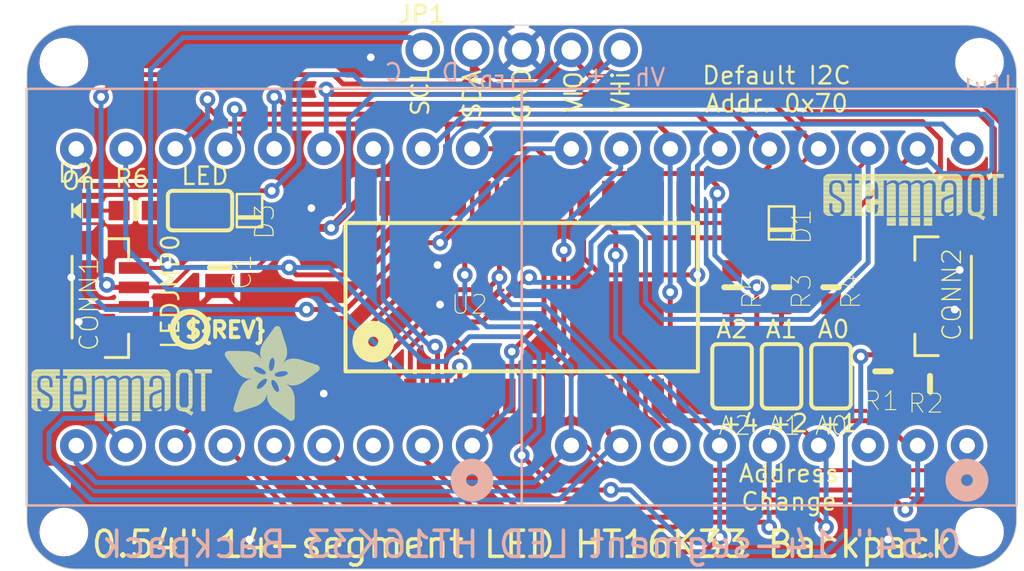
<source format=kicad_pcb>
(kicad_pcb (version 20221018) (generator pcbnew)
  (layers (0 "F.Cu" signal) (1 "In1.Cu" signal) (2 "In2.Cu" signal) (3 "In3.Cu" signal) (4 "In4.Cu" signal) (5 "In5.Cu" signal) (6 "In6.Cu" signal) (7 "In7.Cu" signal) (8 "In8.Cu" signal) (9 "In9.Cu" signal) (10 "In10.Cu" signal) (11 "In11.Cu" signal) (12 "In12.Cu" signal) (13 "In13.Cu" signal) (14 "In14.Cu" signal) (31 "B.Cu" signal) (34 "B.Paste" user) (35 "F.Paste" user) (36 "B.SilkS" user "B.Silkscreen") (37 "F.SilkS" user "F.Silkscreen") (38 "B.Mask" user) (39 "F.Mask" user) (44 "Edge.Cuts" user))
  (net 0 "")
  (net 1 "GND")
  (net 2 "N$19")
  (net 3 "N$20")
  (net 4 "A1")
  (net 5 "COM0")
  (net 6 "N$10")
  (net 7 "N$11")
  (net 8 "N$12")
  (net 9 "N$13")
  (net 10 "N$16")
  (net 11 "A0")
  (net 12 "A2")
  (net 13 "SDA")
  (net 14 "SCL")
  (net 15 "N$1")
  (net 16 "N$7")
  (net 17 "N$4")
  (net 18 "N$5")
  (net 19 "N$6")
  (net 20 "N$8")
  (net 21 "N$9")
  (net 22 "N$14")
  (net 23 "N$15")
  (net 24 "COM1")
  (net 25 "COM2")
  (net 26 "COM3")
  (net 27 "VDDIO")
  (net 28 "N$3")
  (net 29 "N$17")
  (net 30 "V+")
  (footprint "" (layer "F.Cu") (at 171.9961 92.9386)
    (fp_text reference "@HOLE3" hide)
    (fp_text value "")
  )
  (footprint "working:0603-NO" (layer "F.Cu") (at 167.0431 108.8136 90)
    (fp_text reference "R1")
    (fp_text value "10K")
  )
  (footprint "working:JST_SH4_RA" (layer "F.Cu") (at 170.0911 105.0036 90)
    (fp_text reference "CONN2")
    (fp_text value "STEMMA_I2C_QTRA" hide)
  )
  (footprint "working:JST_SH4_RA" (layer "F.Cu") (at 126.9111 105.0036 -90)
    (fp_text reference "CONN1")
    (fp_text value "STEMMA_I2C_QTRA" hide)
  )
  (footprint "" (layer "F.Cu") (at 125.0061 92.9386)
    (fp_text reference "@HOLE2" hide)
    (fp_text value "")
  )
  (footprint "working:SOLDERJUMPER_REFLOW_NOPASTE" (layer "F.Cu") (at 164.3761 109.0676 -90)
    (fp_text reference "A0")
    (fp_text value "" hide)
  )
  (footprint "working:SOD-323F" (layer "F.Cu") (at 134.5311 100.5586 -90)
    (fp_text reference "D3")
    (fp_text value "CUS530")
  )
  (footprint "working:0805-NO" (layer "F.Cu") (at 133.0071 103.4796 -90)
    (fp_text reference "C1")
    (fp_text value "10uF")
  )
  (footprint "working:0603-NO" (layer "F.Cu") (at 159.2961 104.4956 -90)
    (fp_text reference "R5")
    (fp_text value "47K")
  )
  (footprint "working:ADAFRUIT_5MM" (layer "F.Cu") (at 133.2611 111.3536)
    (fp_text reference "U$3" hide)
    (fp_text value "" hide)
  )
  (footprint "working:CHIPLED_0603_NOOUTLINE" (layer "F.Cu") (at 125.6411 100.5586 90)
    (fp_text reference "D2")
    (fp_text value "GREEN")
  )
  (footprint "working:FIDUCIAL_1MM" (layer "F.Cu") (at 124.3711 114.6556)
    (fp_text reference "U$2" hide)
    (fp_text value "FIDUCIAL" hide)
  )
  (footprint "" (layer "F.Cu") (at 171.9961 117.0686)
    (fp_text reference "@HOLE1" hide)
    (fp_text value "")
  )
  (footprint "working:SOLDERJUMPER_REFLOW_NOPASTE" (layer "F.Cu") (at 161.8361 109.0676 -90)
    (fp_text reference "A1")
    (fp_text value "" hide)
  )
  (footprint "working:FIDUCIAL_1MM" (layer "F.Cu") (at 167.5511 94.2086)
    (fp_text reference "U$1" hide)
    (fp_text value "FIDUCIAL" hide)
  )
  (footprint "working:SOP28_300MIL_SKINNY" (layer "F.Cu") (at 148.5011 105.0036)
    (fp_text reference "U2")
    (fp_text value "HT16K33")
  )
  (footprint "working:0603-NO" (layer "F.Cu") (at 128.6891 100.5586 180)
    (fp_text reference "R6")
    (fp_text value "47K")
  )
  (footprint "working:1X05_ROUND_70" (layer "F.Cu") (at 148.5011 92.3036)
    (fp_text reference "JP1")
    (fp_text value "")
  )
  (footprint "working:STEMMAQT" (layer "F.Cu") (at 163.9951 101.3206)
    (fp_text reference "U$7" hide)
    (fp_text value "" hide)
  )
  (footprint "working:0603-NO" (layer "F.Cu") (at 169.4561 109.4486 180)
    (fp_text reference "R2")
    (fp_text value "10K")
  )
  (footprint "working:PCBFEAT-REV-040" (layer "F.Cu") (at 131.4831 106.6546)
    (fp_text reference "U$8" hide)
    (fp_text value "" hide)
  )
  (footprint "working:SOLDERJUMPER_REFLOW_NOPASTE" (layer "F.Cu") (at 159.2961 109.0676 -90)
    (fp_text reference "A2")
    (fp_text value "" hide)
  )
  (footprint "" (layer "F.Cu") (at 125.0061 117.0686)
    (fp_text reference "@HOLE0" hide)
    (fp_text value "")
  )
  (footprint "working:0603-NO" (layer "F.Cu") (at 161.8361 104.4956 -90)
    (fp_text reference "R3")
    (fp_text value "47K")
  )
  (footprint "working:STEMMAQT" (layer "F.Cu") (at 123.3551 111.3536)
    (fp_text reference "U$6" hide)
    (fp_text value "" hide)
  )
  (footprint "working:SOLDERJUMPER_CLOSEDWIRE" (layer "F.Cu") (at 131.9911 100.5586 180)
    (fp_text reference "LEDJMP0")
    (fp_text value "")
  )
  (footprint "working:SOD-323F" (layer "F.Cu") (at 161.8361 101.1936 -90)
    (fp_text reference "D1")
    (fp_text value "CUS530")
  )
  (footprint "working:0603-NO" (layer "F.Cu") (at 164.3761 104.4956 -90)
    (fp_text reference "R4")
    (fp_text value "47K")
  )
  (footprint "working:SEGMENT_STARTBUST_DUAL_KWA-541CBB" (layer "B.Cu") (at 161.2011 105.0036 180)
    (fp_text reference "LED1")
    (fp_text value "")
  )
  (footprint "working:SEGMENT_STARTBUST_DUAL_KWA-541CBB" (layer "B.Cu") (at 135.8011 105.0036 180)
    (fp_text reference "LED2")
    (fp_text value "")
  )
  (gr_arc (start 125.6411 118.9736) (mid 123.845049 118.229651) (end 123.1011 116.4336) (stroke (width 0.05)) (layer "Edge.Cuts"))
  (gr_arc (start 171.3611 91.0336) (mid 173.157151 91.777549) (end 173.9011 93.5736) (stroke (width 0.05)) (layer "Edge.Cuts"))
  (gr_line (start 125.6411 118.9736) (end 171.3611 118.9736) (stroke (width 0.05)) (layer "Edge.Cuts"))
  (gr_arc (start 123.1011 93.5736) (mid 123.845049 91.777549) (end 125.6411 91.0336) (stroke (width 0.05)) (layer "Edge.Cuts"))
  (gr_line (start 171.3611 91.0336) (end 125.6411 91.0336) (stroke (width 0.05)) (layer "Edge.Cuts"))
  (gr_line (start 123.1011 93.5736) (end 123.1011 116.4336) (stroke (width 0.05)) (layer "Edge.Cuts"))
  (gr_line (start 173.9011 116.4336) (end 173.9011 93.5736) (stroke (width 0.05)) (layer "Edge.Cuts"))
  (gr_arc (start 173.9011 116.4336) (mid 173.157151 118.229651) (end 171.3611 118.9736) (stroke (width 0.05)) (layer "Edge.Cuts"))
  (gr_text "-" (at 148.1201 93.3196) (layer "B.SilkS") (effects (font (size 0.89408 0.89408) (thickness 0.12192)) (justify right top mirror)))
  (gr_text "D" (at 144.3101 92.9386) (layer "B.SilkS") (effects (font (size 0.89408 0.89408) (thickness 0.12192)) (justify right top mirror)))
  (gr_text "C" (at 141.3891 92.9386) (layer "B.SilkS") (effects (font (size 0.89408 0.89408) (thickness 0.12192)) (justify right top mirror)))
  (gr_text "+" (at 151.6761 93.0656) (layer "B.SilkS") (effects (font (size 0.89408 0.89408) (thickness 0.12192)) (justify right top mirror)))
  (gr_text "Vh" (at 154.2161 93.1926) (layer "B.SilkS") (effects (font (size 0.89408 0.89408) (thickness 0.12192)) (justify right top mirror)))
  (gr_text "0.54\" 14-segment LED HT16K33 Backpack " (at 148.5011 117.7036) (layer "B.SilkS") (effects (font (size 1.34112 1.34112) (thickness 0.18288)) (justify mirror)))
  (gr_text "VHi" (at 153.5811 94.4626 90) (layer "F.SilkS") (effects (font (size 0.89408 0.89408) (thickness 0.12192))))
  (gr_text "On" (at 125.7681 99.0346) (layer "F.SilkS") (effects (font (size 0.89408 0.89408) (thickness 0.12192))))
  (gr_text "GND" (at 148.5011 94.5896 90) (layer "F.SilkS") (effects (font (size 0.89408 0.89408) (thickness 0.12192))))
  (gr_text "SDA" (at 145.9611 94.5896 90) (layer "F.SilkS") (effects (font (size 0.89408 0.89408) (thickness 0.12192))))
  (gr_text "0.54\" 14-segment LED HT16K33 Backpack" (at 148.5011 117.7036) (layer "F.SilkS") (effects (font (size 1.34112 1.34112) (thickness 0.18288))))
  (gr_text "LED" (at 132.2451 98.7806) (layer "F.SilkS") (effects (font (size 0.89408 0.89408) (thickness 0.12192))))
  (gr_text "A2" (at 159.2961 106.6546) (layer "F.SilkS") (effects (font (size 0.89408 0.89408) (thickness 0.12192))))
  (gr_text "A0" (at 164.5031 106.6546) (layer "F.SilkS") (effects (font (size 0.89408 0.89408) (thickness 0.12192))))
  (gr_text "SCL" (at 143.2941 94.4626 90) (layer "F.SilkS") (effects (font (size 0.89408 0.89408) (thickness 0.12192))))
  (gr_text "A1" (at 161.8361 106.6546) (layer "F.SilkS") (effects (font (size 0.89408 0.89408) (thickness 0.12192))))
  (gr_text "+4" (at 159.6771 111.4806) (layer "F.SilkS") (effects (font (size 0.89408 0.89408) (thickness 0.12192))))
  (gr_text "Address\nChange" (at 162.2171 114.7826) (layer "F.SilkS") (effects (font (size 0.89408 0.89408) (thickness 0.12192))))
  (gr_text "+2" (at 162.2171 111.4806) (layer "F.SilkS") (effects (font (size 0.89408 0.89408) (thickness 0.12192))))
  (gr_text "Default I2C\nAddr. 0x70" (at 161.5821 94.3356) (layer "F.SilkS") (effects (font (size 0.89408 0.89408) (thickness 0.12192))))
  (gr_text "+1" (at 164.7571 111.4806) (layer "F.SilkS") (effects (font (size 0.89408 0.89408) (thickness 0.12192))))
  (gr_text "VIO" (at 151.1681 94.4626 90) (layer "F.SilkS") (effects (font (size 0.89408 0.89408) (thickness 0.12192))))
  (segment (start 140.2461 109.9566) (end 138.3411 109.9566) (width 0.254) (layer "F.Cu") (net 1))
  (segment (start 140.2461 110.0836) (end 140.2461 109.9566) (width 0.254) (layer "F.Cu") (net 1))
  (via (at 137.7061 100.4316) (size 0.8001) (drill 0.3937) (layers "F.Cu" "B.Cu") (net 1))
  (via (at 125.3871 103.9876) (size 0.8064) (drill 0.4) (layers "F.Cu" "B.Cu") (net 1))
  (via (at 144.1831 103.3526) (size 0.8064) (drill 0.4) (layers "F.Cu" "B.Cu") (net 1))
  (via (at 144.3101 105.3846) (size 0.8064) (drill 0.4) (layers "F.Cu" "B.Cu") (net 1))
  (via (at 167.2971 117.4496) (size 0.8064) (drill 0.4) (layers "F.Cu" "B.Cu") (net 1))
  (via (at 140.7541 92.6846) (size 0.8001) (drill 0.3937) (layers "F.Cu" "B.Cu") (net 1))
  (via (at 138.3411 109.9566) (size 0.8001) (drill 0.3937) (layers "F.Cu" "B.Cu") (net 1))
  (via (at 170.7261 105.6386) (size 0.8064) (drill 0.4) (layers "F.Cu" "B.Cu") (net 1))
  (via (at 170.9801 103.6066) (size 0.8064) (drill 0.4) (layers "F.Cu" "B.Cu") (net 1))
  (via (at 125.7681 106.2736) (size 0.8064) (drill 0.4) (layers "F.Cu" "B.Cu") (net 1))
  (via (at 134.5311 117.4496) (size 0.8064) (drill 0.4) (layers "F.Cu" "B.Cu") (net 1))
  (segment (start 161.8361 108.3056) (end 161.8361 105.3456) (width 0.254) (layer "F.Cu") (net 2))
  (segment (start 164.3761 108.3056) (end 164.3761 105.3456) (width 0.254) (layer "F.Cu") (net 3))
  (segment (start 151.0411 97.3836) (end 152.3111 98.6536) (width 0.254) (layer "F.Cu") (net 4))
  (segment (start 142.9131 102.2096) (end 139.4841 105.6386) (width 0.254) (layer "F.Cu") (net 4))
  (segment (start 145.3261 101.3206) (end 145.3261 99.9236) (width 0.254) (layer "F.Cu") (net 4))
  (segment (start 144.3101 102.2096) (end 142.9131 102.2096) (width 0.254) (layer "F.Cu") (net 4))
  (segment (start 139.4841 105.6386) (end 137.4521 105.6386) (width 0.254) (layer "F.Cu") (net 4))
  (segment (start 145.3261 101.3206) (end 144.4371 102.2096) (width 0.254) (layer "F.Cu") (net 4))
  (segment (start 160.9471 109.8296) (end 161.8361 109.8296) (width 0.254) (layer "F.Cu") (net 4))
  (segment (start 158.539587 99.294088) (end 157.8991 98.6536) (width 0.254) (layer "F.Cu") (net 4))
  (segment (start 144.3101 102.2096) (end 144.4371 102.2096) (width 0.254) (layer "F.Cu") (net 4))
  (segment (start 160.5661 109.4486) (end 160.9471 109.8296) (width 0.254) (layer "F.Cu") (net 4))
  (segment (start 152.3111 98.6536) (end 157.8991 98.6536) (width 0.254) (layer "F.Cu") (net 4))
  (segment (start 160.5661 104.4956) (end 160.5661 109.4486) (width 0.254) (layer "F.Cu") (net 4))
  (segment (start 158.539587 99.294088) (end 158.539587 99.675088) (width 0.254) (layer "F.Cu") (net 4))
  (via (at 158.539587 99.675088) (size 0.8064) (drill 0.4) (layers "F.Cu" "B.Cu") (net 4))
  (via (at 137.4521 105.6386) (size 0.8001) (drill 0.3937) (layers "F.Cu" "B.Cu") (net 4))
  (via (at 144.3101 102.2096) (size 0.8001) (drill 0.3937) (layers "F.Cu" "B.Cu") (net 4))
  (via (at 160.5661 104.4956) (size 0.8064) (drill 0.4) (layers "F.Cu" "B.Cu") (net 4))
  (segment (start 137.4521 105.6386) (end 127.1651 105.6386) (width 0.254) (layer "B.Cu") (net 4))
  (segment (start 151.0411 97.3836) (end 148.8821 97.3836) (width 0.254) (layer "B.Cu") (net 4))
  (segment (start 127.1651 105.6386) (end 126.2761 104.7496) (width 0.254) (layer "B.Cu") (net 4))
  (segment (start 148.8821 97.3836) (end 144.3101 101.9556) (width 0.254) (layer "B.Cu") (net 4))
  (segment (start 126.2761 98.0186) (end 126.2761 104.7496) (width 0.254) (layer "B.Cu") (net 4))
  (segment (start 160.0581 104.4956) (end 158.412587 102.850088) (width 0.254) (layer "B.Cu") (net 4))
  (segment (start 126.2761 98.0186) (end 125.6411 97.3836) (width 0.254) (layer "B.Cu") (net 4))
  (segment (start 158.539587 99.675088) (end 158.412587 99.802088) (width 0.254) (layer "B.Cu") (net 4))
  (segment (start 144.3101 101.9556) (end 144.3101 102.2096) (width 0.254) (layer "B.Cu") (net 4))
  (segment (start 158.412587 99.802088) (end 158.412587 102.850088) (width 0.254) (layer "B.Cu") (net 4))
  (segment (start 160.5661 104.4956) (end 160.0581 104.4956) (width 0.254) (layer "B.Cu") (net 4))
  (segment (start 166.2811 97.3836) (end 166.2811 97.8916) (width 0.2032) (layer "F.Cu") (net 5))
  (segment (start 141.5161 108.0516) (end 143.2941 106.2736) (width 0.254) (layer "F.Cu") (net 5))
  (segment (start 143.2941 106.2736) (end 146.4691 106.2736) (width 0.254) (layer "F.Cu") (net 5))
  (segment (start 146.4691 106.2736) (end 148.7551 103.9876) (width 0.254) (layer "F.Cu") (net 5))
  (segment (start 141.5161 110.0836) (end 141.5161 108.0516) (width 0.254) (layer "F.Cu") (net 5))
  (segment (start 163.9791 100.1936) (end 161.8361 100.1936) (width 0.2032) (layer "F.Cu") (net 5))
  (segment (start 148.7551 103.9876) (end 148.8821 103.9876) (width 0.254) (layer "F.Cu") (net 5))
  (segment (start 166.2811 97.8916) (end 163.9791 100.1936) (width 0.2032) (layer "F.Cu") (net 5))
  (via (at 148.8821 103.9876) (size 0.8064) (drill 0.4) (layers "F.Cu" "B.Cu") (net 5))
  (segment (start 166.2811 97.3836) (end 166.2811 103.2256) (width 0.254) (layer "B.Cu") (net 5))
  (segment (start 154.8511 105.2576) (end 154.8511 101.9556) (width 0.254) (layer "B.Cu") (net 5))
  (segment (start 163.3601 106.1466) (end 155.7401 106.1466) (width 0.254) (layer "B.Cu") (net 5))
  (segment (start 166.2811 103.2256) (end 163.3601 106.1466) (width 0.254) (layer "B.Cu") (net 5))
  (segment (start 148.8821 103.9876) (end 149.1361 104.2416) (width 0.254) (layer "B.Cu") (net 5))
  (segment (start 154.8511 101.9556) (end 154.3431 101.4476) (width 0.254) (layer "B.Cu") (net 5))
  (segment (start 152.0571 102.2096) (end 152.0571 103.4796) (width 0.254) (layer "B.Cu") (net 5))
  (segment (start 154.3431 101.4476) (end 152.8191 101.4476) (width 0.254) (layer "B.Cu") (net 5))
  (segment (start 149.1361 104.2416) (end 151.2951 104.2416) (width 0.254) (layer "B.Cu") (net 5))
  (segment (start 151.2951 104.2416) (end 152.0571 103.4796) (width 0.254) (layer "B.Cu") (net 5))
  (segment (start 155.7401 106.1466) (end 154.8511 105.2576) (width 0.254) (layer "B.Cu") (net 5))
  (segment (start 152.8191 101.4476) (end 152.0571 102.2096) (width 0.254) (layer "B.Cu") (net 5))
  (segment (start 147.8661 101.8286) (end 147.3581 102.3366) (width 0.254) (layer "F.Cu") (net 6))
  (segment (start 130.7211 112.4966) (end 130.7211 112.6236) (width 0.254) (layer "F.Cu") (net 6))
  (segment (start 147.3581 103.9876) (end 146.7231 104.6226) (width 0.254) (layer "F.Cu") (net 6))
  (segment (start 147.3581 102.3366) (end 147.3581 103.9876) (width 0.254) (layer "F.Cu") (net 6))
  (segment (start 147.8661 99.9236) (end 147.8661 101.8286) (width 0.254) (layer "F.Cu") (net 6))
  (segment (start 138.8491 108.3056) (end 134.9121 108.3056) (width 0.254) (layer "F.Cu") (net 6))
  (segment (start 134.9121 108.3056) (end 130.7211 112.4966) (width 0.254) (layer "F.Cu") (net 6))
  (segment (start 142.5321 104.6226) (end 146.7231 104.6226) (width 0.254) (layer "F.Cu") (net 6))
  (segment (start 142.5321 104.6226) (end 138.8491 108.3056) (width 0.254) (layer "F.Cu") (net 6))
  (via (at 147.3581 103.9876) (size 0.8001) (drill 0.3937) (layers "F.Cu" "B.Cu") (net 6))
  (segment (start 147.3581 104.7496) (end 147.3581 103.9876) (width 0.254) (layer "B.Cu") (net 6))
  (segment (start 149.6441 105.3846) (end 147.9931 105.3846) (width 0.254) (layer "B.Cu") (net 6))
  (segment (start 156.1211 111.8616) (end 149.6441 105.3846) (width 0.254) (layer "B.Cu") (net 6))
  (segment (start 147.9931 105.3846) (end 147.3581 104.7496) (width 0.254) (layer "B.Cu") (net 6))
  (segment (start 156.1211 112.6236) (end 156.1211 111.8616) (width 0.254) (layer "B.Cu") (net 6))
  (segment (start 148.2471 115.7986) (end 145.9611 113.5126) (width 0.254) (layer "F.Cu") (net 7))
  (segment (start 171.3611 113.7666) (end 171.3611 112.6236) (width 0.254) (layer "F.Cu") (net 7))
  (segment (start 149.6441 103.2256) (end 149.1361 102.7176) (width 0.254) (layer "F.Cu") (net 7))
  (segment (start 148.2471 115.7986) (end 155.9941 115.7986) (width 0.254) (layer "F.Cu") (net 7))
  (segment (start 171.3611 113.7666) (end 170.2181 114.9096) (width 0.254) (layer "F.Cu") (net 7))
  (segment (start 149.1361 99.9236) (end 149.1361 102.7176) (width 0.254) (layer "F.Cu") (net 7))
  (segment (start 145.9611 112.6236) (end 145.9611 113.5126) (width 0.254) (layer "F.Cu") (net 7))
  (segment (start 149.6441 103.2256) (end 149.6441 106.1466) (width 0.254) (layer "F.Cu") (net 7))
  (segment (start 170.2181 114.9096) (end 156.8831 114.9096) (width 0.254) (layer "F.Cu") (net 7))
  (segment (start 149.6441 106.1466) (end 147.9931 107.7976) (width 0.254) (layer "F.Cu") (net 7))
  (segment (start 155.9941 115.7986) (end 156.8831 114.9096) (width 0.254) (layer "F.Cu") (net 7))
  (via (at 147.9931 107.7976) (size 0.8001) (drill 0.3937) (layers "F.Cu" "B.Cu") (net 7))
  (segment (start 147.9931 107.7976) (end 147.9931 110.5916) (width 0.254) (layer "B.Cu") (net 7))
  (segment (start 147.9931 110.5916) (end 145.9611 112.6236) (width 0.254) (layer "B.Cu") (net 7))
  (segment (start 149.2631 97.3836) (end 150.4061 98.5266) (width 0.254) (layer "F.Cu") (net 8))
  (segment (start 150.4061 98.5266) (end 150.4061 99.9236) (width 0.254) (layer "F.Cu") (net 8))
  (segment (start 145.9611 97.3836) (end 149.2631 97.3836) (width 0.254) (layer "F.Cu") (net 8))
  (segment (start 145.9611 97.1296) (end 145.9611 97.3836) (width 0.254) (layer "B.Cu") (net 8))
  (segment (start 146.9771 96.1136) (end 145.9611 97.1296) (width 0.254) (layer "B.Cu") (net 8))
  (segment (start 171.3611 97.3836) (end 170.0911 96.1136) (width 0.254) (layer "B.Cu") (net 8))
  (segment (start 170.0911 96.1136) (end 146.9771 96.1136) (width 0.254) (layer "B.Cu") (net 8))
  (segment (start 157.5181 95.6056) (end 158.6611 96.7486) (width 0.254) (layer "F.Cu") (net 9))
  (segment (start 152.5651 103.8606) (end 151.6761 102.9716) (width 0.254) (layer "F.Cu") (net 9))
  (segment (start 151.6761 102.9716) (end 151.6761 99.9236) (width 0.254) (layer "F.Cu") (net 9))
  (segment (start 133.7691 95.3516) (end 134.0231 95.6056) (width 0.254) (layer "F.Cu") (net 9))
  (segment (start 158.6611 96.7486) (end 158.6611 97.3836) (width 0.254) (layer "F.Cu") (net 9))
  (segment (start 157.5181 103.8606) (end 152.5651 103.8606) (width 0.254) (layer "F.Cu") (net 9))
  (segment (start 134.0231 95.6056) (end 157.5181 95.6056) (width 0.254) (layer "F.Cu") (net 9))
  (via (at 157.5181 103.8606) (size 0.8001) (drill 0.3937) (layers "F.Cu" "B.Cu") (net 9))
  (via (at 133.7691 95.3516) (size 0.8001) (drill 0.3937) (layers "F.Cu" "B.Cu") (net 9))
  (segment (start 158.4071 97.3836) (end 157.5181 98.2726) (width 0.254) (layer "B.Cu") (net 9))
  (segment (start 133.2611 97.3836) (end 133.7691 96.8756) (width 0.254) (layer "B.Cu") (net 9))
  (segment (start 133.7691 95.3516) (end 133.7691 96.8756) (width 0.254) (layer "B.Cu") (net 9))
  (segment (start 157.5181 98.2726) (end 157.5181 103.8606) (width 0.254) (layer "B.Cu") (net 9))
  (segment (start 158.6611 97.3836) (end 158.4071 97.3836) (width 0.254) (layer "B.Cu") (net 9))
  (segment (start 153.3271 101.7016) (end 152.9461 101.3206) (width 0.254) (layer "F.Cu") (net 10))
  (segment (start 133.2611 112.6236) (end 138.7221 118.0846) (width 0.254) (layer "F.Cu") (net 10))
  (segment (start 158.6611 117.3226) (end 157.8991 118.0846) (width 0.254) (layer "F.Cu") (net 10))
  (segment (start 153.3271 101.7016) (end 153.3271 102.8446) (width 0.254) (layer "F.Cu") (net 10))
  (segment (start 157.8991 118.0846) (end 138.7221 118.0846) (width 0.254) (layer "F.Cu") (net 10))
  (segment (start 152.9461 101.3206) (end 152.9461 99.9236) (width 0.254) (layer "F.Cu") (net 10))
  (via (at 158.6611 117.3226) (size 0.8001) (drill 0.3937) (layers "F.Cu" "B.Cu") (net 10))
  (via (at 153.3271 102.8446) (size 0.8001) (drill 0.3937) (layers "F.Cu" "B.Cu") (net 10))
  (segment (start 158.6611 112.3696) (end 153.3271 107.0356) (width 0.254) (layer "B.Cu") (net 10))
  (segment (start 153.3271 102.8446) (end 153.3271 107.0356) (width 0.254) (layer "B.Cu") (net 10))
  (segment (start 158.6611 117.3226) (end 158.6611 112.6236) (width 0.254) (layer "B.Cu") (net 10))
  (segment (start 158.6611 112.6236) (end 158.6611 112.3696) (width 0.254) (layer "B.Cu") (net 10))
  (segment (start 153.5811 114.4016) (end 161.4551 114.4016) (width 0.2032) (layer "F.Cu") (net 11))
  (segment (start 153.5811 114.4016) (end 151.8031 112.6236) (width 0.2032) (layer "F.Cu") (net 11))
  (segment (start 167.614437 110.8456) (end 167.995437 111.2266) (width 0.2032) (layer "F.Cu") (net 11))
  (segment (start 161.4551 114.4016) (end 161.9631 113.8936) (width 0.2032) (layer "F.Cu") (net 11))
  (segment (start 161.9631 113.8936) (end 169.7101 113.8936) (width 0.2032) (layer "F.Cu") (net 11))
  (segment (start 146.5961 99.9236) (end 146.5961 101.3206) (width 0.254) (layer "F.Cu") (net 11))
  (segment (start 167.995437 111.2266) (end 169.2021 111.2266) (width 0.2032) (layer "F.Cu") (net 11))
  (segment (start 146.5961 101.3206) (end 145.5801 102.3366) (width 0.254) (layer "F.Cu") (net 11))
  (segment (start 170.0911 112.1156) (end 169.2021 111.2266) (width 0.2032) (layer "F.Cu") (net 11))
  (segment (start 170.0911 113.5126) (end 170.0911 112.1156) (width 0.2032) (layer "F.Cu") (net 11))
  (segment (start 151.0411 112.6236) (end 151.8031 112.6236) (width 0.2032) (layer "F.Cu") (net 11))
  (segment (start 164.3761 109.8296) (end 165.3921 110.8456) (width 0.2032) (layer "F.Cu") (net 11))
  (segment (start 165.3921 110.8456) (end 167.614437 110.8456) (width 0.2032) (layer "F.Cu") (net 11))
  (segment (start 169.7101 113.8936) (end 170.0911 113.5126) (width 0.2032) (layer "F.Cu") (net 11))
  (segment (start 145.5801 103.8606) (end 145.5801 102.3366) (width 0.254) (layer "F.Cu") (net 11))
  (via (at 145.5801 103.8606) (size 0.8001) (drill 0.3937) (layers "F.Cu" "B.Cu") (net 11))
  (segment (start 151.0411 108.5596) (end 149.0091 106.5276) (width 0.254) (layer "B.Cu") (net 11))
  (segment (start 145.5801 105.3846) (end 145.5801 103.8606) (width 0.254) (layer "B.Cu") (net 11))
  (segment (start 146.7231 106.5276) (end 145.5801 105.3846) (width 0.254) (layer "B.Cu") (net 11))
  (segment (start 149.0091 106.5276) (end 146.7231 106.5276) (width 0.254) (layer "B.Cu") (net 11))
  (segment (start 126.6571 114.5286) (end 125.6411 113.5126) (width 0.254) (layer "B.Cu") (net 11))
  (segment (start 151.0411 112.6236) (end 151.0411 108.5596) (width 0.254) (layer "B.Cu") (net 11))
  (segment (start 151.0411 112.6236) (end 149.1361 114.5286) (width 0.254) (layer "B.Cu") (net 11))
  (segment (start 149.1361 114.5286) (end 126.6571 114.5286) (width 0.254) (layer "B.Cu") (net 11))
  (segment (start 125.6411 113.5126) (end 125.6411 112.6236) (width 0.254) (layer "B.Cu") (net 11))
  (segment (start 158.968825 109.8296) (end 156.1211 106.981875) (width 0.254) (layer "F.Cu") (net 12))
  (segment (start 144.0561 99.9236) (end 144.0561 98.6536) (width 0.254) (layer "F.Cu") (net 12))
  (segment (start 144.0561 98.6536) (end 144.6911 98.0186) (width 0.254) (layer "F.Cu") (net 12))
  (segment (start 156.1211 96.7486) (end 156.1211 97.3836) (width 0.254) (layer "F.Cu") (net 12))
  (segment (start 144.6911 96.1136) (end 155.4861 96.1136) (width 0.254) (layer "F.Cu") (net 12))
  (segment (start 144.6911 98.0186) (end 144.6911 96.1136) (width 0.254) (layer "F.Cu") (net 12))
  (segment (start 133.2611 96.1136) (end 132.3721 95.2246) (width 0.254) (layer "F.Cu") (net 12))
  (segment (start 132.3721 94.8436) (end 132.3721 95.2246) (width 0.254) (layer "F.Cu") (net 12))
  (segment (start 156.1211 106.981875) (end 156.1211 104.7496) (width 0.254) (layer "F.Cu") (net 12))
  (segment (start 155.4861 96.1136) (end 156.1211 96.7486) (width 0.254) (layer "F.Cu") (net 12))
  (segment (start 159.2961 109.8296) (end 158.968825 109.8296) (width 0.254) (layer "F.Cu") (net 12))
  (segment (start 133.2611 96.1136) (end 144.6911 96.1136) (width 0.254) (layer "F.Cu") (net 12))
  (via (at 156.1211 104.7496) (size 0.8064) (drill 0.4) (layers "F.Cu" "B.Cu") (net 12))
  (via (at 132.3721 94.8436) (size 0.8001) (drill 0.3937) (layers "F.Cu" "B.Cu") (net 12))
  (segment (start 132.3721 94.8436) (end 132.3721 95.7326) (width 0.254) (layer "B.Cu") (net 12))
  (segment (start 156.1211 104.7496) (end 156.1211 97.3836) (width 0.254) (layer "B.Cu") (net 12))
  (segment (start 130.7211 97.3836) (end 132.3721 95.7326) (width 0.254) (layer "B.Cu") (net 12))
  (segment (start 145.9611 92.3036) (end 145.9611 93.5736) (width 0.254) (layer "F.Cu") (net 13))
  (segment (start 161.136481 94.1324) (end 147.0279 94.1324) (width 0.254) (layer "F.Cu") (net 13))
  (segment (start 128.5971 104.5036) (end 127.3477 104.5036) (width 0.254) (layer "F.Cu") (net 13))
  (segment (start 131.5083 103.4544) (end 134.9373 103.4544) (width 0.2032) (layer "F.Cu") (net 13))
  (segment (start 169.7101 106.1466) (end 169.0671 105.5036) (width 0.254) (layer "F.Cu") (net 13))
  (segment (start 169.0671 105.5036) (end 168.4051 105.5036) (width 0.254) (layer "F.Cu") (net 13))
  (segment (start 168.6061 109.4486) (end 168.6061 108.1396) (width 0.254) (layer "F.Cu") (net 13))
  (segment (start 147.0279 94.1324) (end 145.8341 92.9386) (width 0.254) (layer "F.Cu") (net 13))
  (segment (start 139.93495 102.64775) (end 141.5161 101.0666) (width 0.254) (layer "F.Cu") (net 13))
  (segment (start 141.5161 101.0666) (end 141.5161 99.9236) (width 0.254) (layer "F.Cu") (net 13))
  (segment (start 169.076468 95.9866) (end 169.9895 96.899632) (width 0.254) (layer "F.Cu") (net 13))
  (segment (start 169.7101 107.0356) (end 169.7101 106.1466) (width 0.254) (layer "F.Cu") (net 13))
  (segment (start 130.4591 104.5036) (end 131.5083 103.4544) (width 0.2032) (layer "F.Cu") (net 13))
  (segment (start 126.9111 94.5896) (end 127.9271 93.5736) (width 0.254) (layer "F.Cu") (net 13))
  (segment (start 145.9611 92.3036) (end 145.8341 92.4306) (width 0.254) (layer "F.Cu") (net 13))
  (segment (start 126.9111 94.7166) (end 126.9111 94.5896) (width 0.254) (layer "F.Cu") (net 13))
  (segment (start 139.3317 94.0562) (end 138.8491 93.5736) (width 0.254) (layer "F.Cu") (net 13))
  (segment (start 134.9373 103.4544) (end 135.74395 102.64775) (width 0.2032) (layer "F.Cu") (net 13))
  (segment (start 127.3477 104.5036) (end 127.2127 104.3686) (width 0.254) (layer "F.Cu") (net 13))
  (segment (start 161.136481 94.1324) (end 162.990681 95.9866) (width 0.254) (layer "F.Cu") (net 13))
  (segment (start 128.5971 104.5036) (end 130.4591 104.5036) (width 0.2032) (layer "F.Cu") (net 13))
  (segment (start 169.9895 98.5012) (end 166.7891 101.7016) (width 0.254) (layer "F.Cu") (net 13))
  (segment (start 166.7891 101.7016) (end 166.7891 105.1306) (width 0.254) (layer "F.Cu") (net 13))
  (segment (start 162.990681 95.9866) (end 169.076468 95.9866) (width 0.254) (layer "F.Cu") (net 13))
  (segment (start 167.1621 105.5036) (end 168.4051 105.5036) (width 0.254) (layer "F.Cu") (net 13))
  (segment (start 135.74395 102.64775) (end 139.93495 102.64775) (width 0.254) (layer "F.Cu") (net 13))
  (segment (start 168.6061 108.1396) (end 169.7101 107.0356) (width 0.254) (layer "F.Cu") (net 13))
  (segment (start 145.9611 93.5736) (end 145.4785 94.0562) (width 0.254) (layer "F.Cu") (net 13))
  (segment (start 138.8491 93.5736) (end 127.9271 93.5736) (width 0.254) (layer "F.Cu") (net 13))
  (segment (start 145.4785 94.0562) (end 139.3317 94.0562) (width 0.254) (layer "F.Cu") (net 13))
  (segment (start 169.9895 96.899632) (end 169.9895 98.5012) (width 0.254) (layer "F.Cu") (net 13))
  (segment (start 166.7891 105.1306) (end 167.1621 105.5036) (width 0.254) (layer "F.Cu") (net 13))
  (segment (start 145.8341 92.9386) (end 145.8341 92.4306) (width 0.254) (layer "F.Cu") (net 13))
  (via (at 126.9111 94.7166) (size 0.8064) (drill 0.4) (layers "F.Cu" "B.Cu") (net 13))
  (via (at 127.2127 104.3686) (size 0.8064) (drill 0.4) (layers "F.Cu" "B.Cu") (net 13))
  (segment (start 126.9111 104.067) (end 126.9111 94.7166) (width 0.254) (layer "B.Cu") (net 13))
  (segment (start 127.2127 104.3686) (end 126.9111 104.067) (width 0.254) (layer "B.Cu") (net 13))
  (segment (start 168.4051 106.6016) (end 168.4051 106.5036) (width 0.254) (layer "F.Cu") (net 14))
  (segment (start 140.3731 103.8606) (end 142.7861 101.4476) (width 0.254) (layer "F.Cu") (net 14))
  (segment (start 136.5631 103.4796) (end 136.9441 103.8606) (width 0.254) (layer "F.Cu") (net 14))
  (segment (start 167.0431 107.9636) (end 165.9881 107.9636) (width 0.254) (layer "F.Cu") (net 14))
  (segment (start 136.9441 103.8606) (end 140.3731 103.8606) (width 0.254) (layer "F.Cu") (net 14))
  (segment (start 128.5971 103.5036) (end 130.1891 103.5036) (width 0.2032) (layer "F.Cu") (net 14))
  (segment (start 150.2791 114.9096) (end 153.0731 114.9096) (width 0.254) (layer "F.Cu") (net 14))
  (segment (start 167.0431 107.9636) (end 168.4051 106.6016) (width 0.254) (layer "F.Cu") (net 14))
  (segment (start 148.5011 113.1316) (end 150.2791 114.9096) (width 0.254) (layer "F.Cu") (net 14))
  (segment (start 165.9881 107.9636) (end 165.9001 108.0516) (width 0.254) (layer "F.Cu") (net 14))
  (segment (start 153.0731 114.9096) (end 153.080465 114.902234) (width 0.254) (layer "F.Cu") (net 14))
  (segment (start 130.1891 103.5036) (end 130.3401 103.3526) (width 0.2032) (layer "F.Cu") (net 14))
  (segment (start 142.7861 101.4476) (end 142.7861 99.9236) (width 0.254) (layer "F.Cu") (net 14))
  (via (at 136.5631 103.4796) (size 0.8001) (drill 0.3937) (layers "F.Cu" "B.Cu") (net 14))
  (via (at 148.5011 113.1316) (size 0.8064) (drill 0.4) (layers "F.Cu" "B.Cu") (net 14))
  (via (at 130.3401 103.3526) (size 0.8064) (drill 0.4) (layers "F.Cu" "B.Cu") (net 14))
  (via (at 165.9001 108.0516) (size 0.8064) (drill 0.4) (layers "F.Cu" "B.Cu") (net 14))
  (via (at 153.080465 114.902234) (size 0.8064) (drill 0.4) (layers "F.Cu" "B.Cu") (net 14))
  (segment (start 157.2641 118.0846) (end 154.081734 114.902234) (width 0.254) (layer "B.Cu") (net 14))
  (segment (start 136.5631 103.4796) (end 138.606682 103.4796) (width 0.254) (layer "B.Cu") (net 14))
  (segment (start 149.3901 111.8616) (end 148.5011 112.7506) (width 0.254) (layer "B.Cu") (net 14))
  (segment (start 149.3901 107.9246) (end 149.3901 111.8616) (width 0.254) (layer "B.Cu") (net 14))
  (segment (start 164.1221 118.0846) (end 157.2641 118.0846) (width 0.254) (layer "B.Cu") (net 14))
  (segment (start 129.4511 102.4636) (end 130.3401 103.3526) (width 0.254) (layer "B.Cu") (net 14))
  (segment (start 153.080465 114.902234) (end 154.081734 114.902234) (width 0.254) (layer "B.Cu") (net 14))
  (segment (start 130.4036 103.4161) (end 130.3401 103.3526) (width 0.254) (layer "B.Cu") (net 14))
  (segment (start 132.1181 103.4796) (end 136.5631 103.4796) (width 0.254) (layer "B.Cu") (net 14))
  (segment (start 138.606682 103.4796) (end 143.432682 108.3056) (width 0.254) (layer "B.Cu") (net 14))
  (segment (start 148.5011 112.7506) (end 148.5011 113.1316) (width 0.254) (layer "B.Cu") (net 14))
  (segment (start 144.547369 108.3056) (end 145.817369 107.0356) (width 0.254) (layer "B.Cu") (net 14))
  (segment (start 165.1127 112.139631) (end 165.1127 117.094) (width 0.254) (layer "B.Cu") (net 14))
  (segment (start 142.7861 91.6686) (end 131.1021 91.6686) (width 0.254) (layer "B.Cu") (net 14))
  (segment (start 129.4511 100.8126) (end 129.4511 102.4636) (width 0.254) (layer "B.Cu") (net 14))
  (segment (start 129.4511 93.3196) (end 129.4511 100.8126) (width 0.254) (layer "B.Cu") (net 14))
  (segment (start 130.4671 103.4796) (end 130.4036 103.4161) (width 0.254) (layer "B.Cu") (net 14))
  (segment (start 143.432682 108.3056) (end 144.547369 108.3056) (width 0.254) (layer "B.Cu") (net 14))
  (segment (start 165.1127 117.094) (end 164.1221 118.0846) (width 0.254) (layer "B.Cu") (net 14))
  (segment (start 145.817369 107.0356) (end 148.5011 107.0356) (width 0.254) (layer "B.Cu") (net 14))
  (segment (start 165.9001 111.352231) (end 165.1127 112.139631) (width 0.254) (layer "B.Cu") (net 14))
  (segment (start 165.9001 108.0516) (end 165.9001 111.352231) (width 0.254) (layer "B.Cu") (net 14))
  (segment (start 132.1181 103.4796) (end 130.4671 103.4796) (width 0.254) (layer "B.Cu") (net 14))
  (segment (start 148.5011 107.0356) (end 149.3901 107.9246) (width 0.254) (layer "B.Cu") (net 14))
  (segment (start 131.1021 91.6686) (end 129.4511 93.3196) (width 0.254) (layer "B.Cu") (net 14))
  (segment (start 143.4211 92.3036) (end 142.7861 91.6686) (width 0.254) (layer "B.Cu") (net 14))
  (segment (start 161.8361 102.1936) (end 161.8361 103.6456) (width 0.2032) (layer "F.Cu") (net 15))
  (segment (start 161.8361 103.6456) (end 164.3761 103.6456) (width 0.254) (layer "F.Cu") (net 15))
  (segment (start 159.2961 103.6456) (end 161.8361 103.6456) (width 0.254) (layer "F.Cu") (net 15))
  (segment (start 159.2961 108.3056) (end 159.2961 105.3456) (width 0.254) (layer "F.Cu") (net 16))
  (segment (start 154.8511 101.9556) (end 160.1851 101.9556) (width 0.254) (layer "F.Cu") (net 17))
  (segment (start 161.0741 101.0666) (end 165.1381 101.0666) (width 0.254) (layer "F.Cu") (net 17))
  (segment (start 154.2161 99.9236) (end 154.2161 101.3206) (width 0.254) (layer "F.Cu") (net 17))
  (segment (start 165.1381 101.0666) (end 168.8211 97.3836) (width 0.254) (layer "F.Cu") (net 17))
  (segment (start 154.2161 101.3206) (end 154.8511 101.9556) (width 0.254) (layer "F.Cu") (net 17))
  (segment (start 160.1851 101.9556) (end 161.0741 101.0666) (width 0.254) (layer "F.Cu") (net 17))
  (segment (start 145.5801 95.6056) (end 143.8021 97.3836) (width 0.254) (layer "B.Cu") (net 17))
  (segment (start 172.3771 98.6536) (end 172.6311 98.3996) (width 0.254) (layer "B.Cu") (net 17))
  (segment (start 172.2501 95.6056) (end 145.5801 95.6056) (width 0.254) (layer "B.Cu") (net 17))
  (segment (start 172.6311 98.3996) (end 172.6311 95.9866) (width 0.254) (layer "B.Cu") (net 17))
  (segment (start 172.6311 95.9866) (end 172.2501 95.6056) (width 0.254) (layer "B.Cu") (net 17))
  (segment (start 143.8021 97.3836) (end 143.4211 97.3836) (width 0.254) (layer "B.Cu") (net 17))
  (segment (start 170.0911 98.6536) (end 172.3771 98.6536) (width 0.254) (layer "B.Cu") (net 17))
  (segment (start 168.8211 97.3836) (end 170.0911 98.6536) (width 0.254) (layer "B.Cu") (net 17))
  (segment (start 158.9151 101.1936) (end 161.3281 98.7806) (width 0.2032) (layer "F.Cu") (net 18))
  (segment (start 163.6776 97.3201) (end 160.9471 94.5896) (width 0.254) (layer "F.Cu") (net 18))
  (segment (start 162.2171 98.7806) (end 163.6776 97.3201) (width 0.2032) (layer "F.Cu") (net 18))
  (segment (start 155.4861 99.9236) (end 155.4861 100.9396) (width 0.2032) (layer "F.Cu") (net 18))
  (segment (start 161.3281 98.7806) (end 162.2171 98.7806) (width 0.2032) (layer "F.Cu") (net 18))
  (segment (start 155.4861 100.9396) (end 155.7401 101.1936) (width 0.2032) (layer "F.Cu") (net 18))
  (segment (start 163.7411 97.3836) (end 163.6776 97.3201) (width 0.254) (layer "F.Cu") (net 18))
  (segment (start 160.9471 94.5896) (end 138.7221 94.5896) (width 0.254) (layer "F.Cu") (net 18))
  (segment (start 138.7221 94.5896) (end 138.4681 94.3356) (width 0.254) (layer "F.Cu") (net 18))
  (segment (start 155.7401 101.1936) (end 158.9151 101.1936) (width 0.2032) (layer "F.Cu") (net 18))
  (via (at 138.4681 94.3356) (size 0.8001) (drill 0.3937) (layers "F.Cu" "B.Cu") (net 18))
  (segment (start 138.4681 94.3356) (end 138.4681 97.2566) (width 0.254) (layer "B.Cu") (net 18))
  (segment (start 138.4681 97.2566) (end 138.3411 97.3836) (width 0.254) (layer "B.Cu") (net 18))
  (segment (start 158.9151 100.5586) (end 157.3911 100.5586) (width 0.254) (layer "F.Cu") (net 19))
  (segment (start 161.2011 97.3836) (end 158.9151 95.0976) (width 0.254) (layer "F.Cu") (net 19))
  (segment (start 161.2011 98.2726) (end 158.9151 100.5586) (width 0.254) (layer "F.Cu") (net 19))
  (segment (start 135.9281 94.7166) (end 135.8011 94.7166) (width 0.254) (layer "F.Cu") (net 19))
  (segment (start 161.2011 98.2726) (end 161.2011 97.3836) (width 0.254) (layer "F.Cu") (net 19))
  (segment (start 136.3091 95.0976) (end 135.9281 94.7166) (width 0.254) (layer "F.Cu") (net 19))
  (segment (start 158.9151 95.0976) (end 136.3091 95.0976) (width 0.254) (layer "F.Cu") (net 19))
  (segment (start 156.7561 99.9236) (end 157.3911 100.5586) (width 0.254) (layer "F.Cu") (net 19))
  (via (at 135.8011 94.7166) (size 0.8001) (drill 0.3937) (layers "F.Cu" "B.Cu") (net 19))
  (segment (start 135.8011 94.7166) (end 135.8011 97.3836) (width 0.254) (layer "B.Cu") (net 19))
  (segment (start 156.7561 110.0836) (end 157.5689 110.8964) (width 0.254) (layer "F.Cu") (net 20))
  (segment (start 168.3131 112.6236) (end 167.0431 111.3536) (width 0.254) (layer "F.Cu") (net 20))
  (segment (start 157.1371 115.4176) (end 156.2481 116.3066) (width 0.254) (layer "F.Cu") (net 20))
  (segment (start 168.1861 115.9256) (end 167.6781 115.4176) (width 0.254) (layer "F.Cu") (net 20))
  (segment (start 146.4691 116.3066) (end 143.4211 113.2586) (width 0.254) (layer "F.Cu") (net 20))
  (segment (start 167.6781 115.4176) (end 157.1371 115.4176) (width 0.254) (layer "F.Cu") (net 20))
  (segment (start 157.5689 110.8964) (end 163.1569 110.8964) (width 0.254) (layer "F.Cu") (net 20))
  (segment (start 143.4211 112.6236) (end 143.4211 113.2586) (width 0.254) (layer "F.Cu") (net 20))
  (segment (start 168.3131 112.6236) (end 168.8211 112.6236) (width 0.254) (layer "F.Cu") (net 20))
  (segment (start 167.0431 111.3536) (end 163.6141 111.3536) (width 0.254) (layer "F.Cu") (net 20))
  (segment (start 156.2481 116.3066) (end 146.4691 116.3066) (width 0.254) (layer "F.Cu") (net 20))
  (segment (start 163.6141 111.3536) (end 163.1569 110.8964) (width 0.254) (layer "F.Cu") (net 20))
  (via (at 168.1861 115.9256) (size 0.8001) (drill 0.3937) (layers "F.Cu" "B.Cu") (net 20))
  (segment (start 168.8211 115.2906) (end 168.1861 115.9256) (width 0.254) (layer "B.Cu") (net 20))
  (segment (start 168.8211 115.2906) (end 168.8211 112.6236) (width 0.254) (layer "B.Cu") (net 20))
  (segment (start 163.3601 116.0526) (end 157.7721 116.0526) (width 0.254) (layer "F.Cu") (net 21))
  (segment (start 155.4861 110.9726) (end 155.8671 111.3536) (width 0.254) (layer "F.Cu") (net 21))
  (segment (start 157.0101 116.8146) (end 142.5321 116.8146) (width 0.254) (layer "F.Cu") (net 21))
  (segment (start 155.4861 110.0836) (end 155.4861 110.9726) (width 0.254) (layer "F.Cu") (net 21))
  (segment (start 164.1221 116.8146) (end 163.3601 116.0526) (width 0.254) (layer "F.Cu") (net 21))
  (segment (start 162.4711 111.3536) (end 163.7411 112.6236) (width 0.254) (layer "F.Cu") (net 21))
  (segment (start 155.8671 111.3536) (end 162.4711 111.3536) (width 0.254) (layer "F.Cu") (net 21))
  (segment (start 138.3411 112.6236) (end 142.5321 116.8146) (width 0.254) (layer "F.Cu") (net 21))
  (segment (start 157.7721 116.0526) (end 157.0101 116.8146) (width 0.254) (layer "F.Cu") (net 21))
  (via (at 164.1221 116.8146) (size 0.8001) (drill 0.3937) (layers "F.Cu" "B.Cu") (net 21))
  (segment (start 164.1221 113.0046) (end 164.1221 116.8146) (width 0.254) (layer "B.Cu") (net 21))
  (segment (start 164.1221 113.0046) (end 163.7411 112.6236) (width 0.254) (layer "B.Cu") (net 21))
  (segment (start 154.2161 111.3536) (end 154.8257 111.9632) (width 0.254) (layer "F.Cu") (net 22))
  (segment (start 161.2011 113.7666) (end 161.2011 112.6236) (width 0.254) (layer "F.Cu") (net 22))
  (segment (start 155.230731 113.8936) (end 161.0741 113.8936) (width 0.254) (layer "F.Cu") (net 22))
  (segment (start 158.1531 116.5606) (end 157.2641 117.4496) (width 0.254) (layer "F.Cu") (net 22))
  (segment (start 160.9471 116.5606) (end 158.1531 116.5606) (width 0.254) (layer "F.Cu") (net 22))
  (segment (start 154.8257 113.488568) (end 155.230731 113.8936) (width 0.254) (layer "F.Cu") (net 22))
  (segment (start 161.2011 113.7666) (end 161.0741 113.8936) (width 0.254) (layer "F.Cu") (net 22))
  (segment (start 157.2641 117.4496) (end 140.6271 117.4496) (width 0.254) (layer "F.Cu") (net 22))
  (segment (start 135.8011 112.6236) (end 140.6271 117.4496) (width 0.254) (layer "F.Cu") (net 22))
  (segment (start 161.2011 116.8146) (end 160.9471 116.5606) (width 0.254) (layer "F.Cu") (net 22))
  (segment (start 154.8257 111.9632) (end 154.8257 113.488568) (width 0.254) (layer "F.Cu") (net 22))
  (segment (start 154.2161 110.0836) (end 154.2161 111.3536) (width 0.254) (layer "F.Cu") (net 22))
  (via (at 161.2011 116.8146) (size 0.8001) (drill 0.3937) (layers "F.Cu" "B.Cu") (net 22))
  (segment (start 161.2011 116.8146) (end 161.2011 112.6236) (width 0.254) (layer "B.Cu") (net 22))
  (segment (start 152.9461 111.9886) (end 153.5811 112.6236) (width 0.254) (layer "F.Cu") (net 23))
  (segment (start 152.9461 110.0836) (end 152.9461 111.9886) (width 0.254) (layer "F.Cu") (net 23))
  (segment (start 153.2001 112.6236) (end 150.4061 115.4176) (width 0.254) (layer "B.Cu") (net 23))
  (segment (start 124.2441 113.2586) (end 126.4031 115.4176) (width 0.254) (layer "B.Cu") (net 23))
  (segment (start 124.2441 111.9886) (end 124.2441 113.2586) (width 0.254) (layer "B.Cu") (net 23))
  (segment (start 128.1811 112.6236) (end 126.7841 111.2266) (width 0.254) (layer "B.Cu") (net 23))
  (segment (start 126.7841 111.2266) (end 125.0061 111.2266) (width 0.254) (layer "B.Cu") (net 23))
  (segment (start 153.5811 112.6236) (end 153.2001 112.6236) (width 0.254) (layer "B.Cu") (net 23))
  (segment (start 126.4031 115.4176) (end 150.4061 115.4176) (width 0.254) (layer "B.Cu") (net 23))
  (segment (start 125.0061 111.2266) (end 124.2441 111.9886) (width 0.254) (layer "B.Cu") (net 23))
  (segment (start 150.6601 107.9246) (end 150.6601 102.5906) (width 0.254) (layer "F.Cu") (net 24))
  (segment (start 144.705213 106.795712) (end 146.4691 108.5596) (width 0.254) (layer "F.Cu") (net 24))
  (segment (start 142.7861 110.0836) (end 142.7861 107.557712) (width 0.254) (layer "F.Cu") (net 24))
  (segment (start 143.5481 106.795712) (end 142.7861 107.557712) (width 0.254) (layer "F.Cu") (net 24))
  (segment (start 150.0251 108.5596) (end 150.6601 107.9246) (width 0.254) (layer "F.Cu") (net 24))
  (segment (start 146.4691 108.5596) (end 150.0251 108.5596) (width 0.254) (layer "F.Cu") (net 24))
  (segment (start 143.5481 106.795712) (end 144.705213 106.795712) (width 0.254) (layer "F.Cu") (net 24))
  (via (at 150.6601 102.5906) (size 0.8001) (drill 0.3937) (layers "F.Cu" "B.Cu") (net 24))
  (segment (start 150.6601 101.3206) (end 153.5811 98.3996) (width 0.254) (layer "B.Cu") (net 24))
  (segment (start 153.5811 98.3996) (end 153.5811 97.3836) (width 0.254) (layer "B.Cu") (net 24))
  (segment (start 150.6601 102.5906) (end 150.6601 101.3206) (width 0.254) (layer "B.Cu") (net 24))
  (segment (start 144.1831 107.7976) (end 144.1831 109.9566) (width 0.254) (layer "F.Cu") (net 25))
  (segment (start 144.0561 107.6706) (end 144.0561 107.5436) (width 0.254) (layer "F.Cu") (net 25))
  (segment (start 144.0561 110.0836) (end 144.1831 109.9566) (width 0.254) (layer "F.Cu") (net 25))
  (segment (start 144.1831 107.7976) (end 144.0561 107.6706) (width 0.254) (layer "F.Cu") (net 25))
  (via (at 144.0561 107.5436) (size 0.8001) (drill 0.3937) (layers "F.Cu" "B.Cu") (net 25))
  (segment (start 141.0081 97.3836) (end 140.8811 97.3836) (width 0.254) (layer "B.Cu") (net 25))
  (segment (start 141.3891 105.1306) (end 141.3891 97.7646) (width 0.254) (layer "B.Cu") (net 25))
  (segment (start 144.0561 107.5436) (end 143.8021 107.5436) (width 0.254) (layer "B.Cu") (net 25))
  (segment (start 143.8021 107.5436) (end 141.3891 105.1306) (width 0.254) (layer "B.Cu") (net 25))
  (segment (start 141.3891 97.7646) (end 141.0081 97.3836) (width 0.254) (layer "B.Cu") (net 25))
  (segment (start 145.3261 108.5596) (end 145.3261 110.0836) (width 0.254) (layer "F.Cu") (net 26))
  (via (at 145.3261 108.5596) (size 0.8001) (drill 0.3937) (layers "F.Cu" "B.Cu") (net 26))
  (segment (start 128.1811 102.4636) (end 130.3401 104.6226) (width 0.254) (layer "B.Cu") (net 26))
  (segment (start 130.3401 104.6226) (end 138.2141 104.6226) (width 0.254) (layer "B.Cu") (net 26))
  (segment (start 138.2141 104.6226) (end 142.6591 109.0676) (width 0.254) (layer "B.Cu") (net 26))
  (segment (start 145.3261 108.5596) (end 144.8181 109.0676) (width 0.254) (layer "B.Cu") (net 26))
  (segment (start 128.1811 97.3836) (end 128.1811 102.4636) (width 0.254) (layer "B.Cu") (net 26))
  (segment (start 144.8181 109.0676) (end 142.6591 109.0676) (width 0.254) (layer "B.Cu") (net 26))
  (segment (start 172.7581 103.9876) (end 172.7581 103.4796) (width 0.3048) (layer "F.Cu") (net 27))
  (segment (start 172.7581 96.3676) (end 171.8691 95.4786) (width 0.254) (layer "F.Cu") (net 27))
  (segment (start 171.8691 109.4486) (end 172.7581 108.5596) (width 0.3048) (layer "F.Cu") (net 27))
  (segment (start 172.7581 103.4796) (end 172.7581 96.3676) (width 0.254) (layer "F.Cu") (net 27))
  (segment (start 169.3291 110.4646) (end 170.3451 109.4486) (width 0.254) (layer "F.Cu") (net 27))
  (segment (start 134.5311 99.5586) (end 134.5311 99.5426) (width 0.254) (layer "F.Cu") (net 27))
  (segment (start 167.0431 109.6636) (end 167.8441 110.4646) (width 0.254) (layer "F.Cu") (net 27))
  (segment (start 171.8691 95.4786) (end 163.3601 95.4786) (width 0.254) (layer "F.Cu") (net 27))
  (segment (start 123.9901 104.3686) (end 123.9901 99.7966) (width 0.3048) (layer "F.Cu") (net 27))
  (segment (start 170.3451 109.4486) (end 171.8691 109.4486) (width 0.3048) (layer "F.Cu") (net 27))
  (segment (start 167.8441 110.4646) (end 169.3291 110.4646) (width 0.254) (layer "F.Cu") (net 27))
  (segment (start 152.0317 93.6752) (end 151.0411 92.6846) (width 0.254) (layer "F.Cu") (net 27))
  (segment (start 172.7581 108.5596) (end 172.7581 103.9876) (width 0.3048) (layer "F.Cu") (net 27))
  (segment (start 135.6741 99.5426) (end 134.5311 99.5426) (width 0.254) (layer "F.Cu") (net 27))
  (segment (start 163.3601 95.4786) (end 161.5567 93.6752) (width 0.254) (layer "F.Cu") (net 27))
  (segment (start 125.1251 105.5036) (end 123.9901 104.3686) (width 0.3048) (layer "F.Cu") (net 27))
  (segment (start 172.2421 104.5036) (end 172.7581 103.9876) (width 0.3048) (layer "F.Cu") (net 27))
  (segment (start 124.4981 99.2886) (end 134.2611 99.2886) (width 0.3048) (layer "F.Cu") (net 27))
  (segment (start 168.4051 104.5036) (end 172.2421 104.5036) (width 0.3048) (layer "F.Cu") (net 27))
  (segment (start 123.9901 99.7966) (end 124.4981 99.2886) (width 0.3048) (layer "F.Cu") (net 27))
  (segment (start 170.3061 109.4486) (end 170.3451 109.4486) (width 0.3048) (layer "F.Cu") (net 27))
  (segment (start 128.5971 105.5036) (end 125.1251 105.5036) (width 0.3048) (layer "F.Cu") (net 27))
  (segment (start 151.0411 92.6846) (end 151.0411 92.3036) (width 0.254) (layer "F.Cu") (net 27))
  (segment (start 134.2611 99.2886) (end 134.5311 99.5586) (width 0.3048) (layer "F.Cu") (net 27))
  (segment (start 161.5567 93.6752) (end 152.0317 93.6752) (width 0.254) (layer "F.Cu") (net 27))
  (via (at 135.6741 99.5426) (size 0.8064) (drill 0.4) (layers "F.Cu" "B.Cu") (net 27))
  (segment (start 149.2631 94.0816) (end 151.0411 92.3036) (width 0.254) (layer "B.Cu") (net 27))
  (segment (start 135.6741 99.5426) (end 137.0711 98.1456) (width 0.254) (layer "B.Cu") (net 27))
  (segment (start 140.3731 94.0816) (end 149.2631 94.0816) (width 0.254) (layer "B.Cu") (net 27))
  (segment (start 137.5791 93.5736) (end 139.8651 93.5736) (width 0.254) (layer "B.Cu") (net 27))
  (segment (start 137.0711 94.0816) (end 137.5791 93.5736) (width 0.254) (layer "B.Cu") (net 27))
  (segment (start 139.8651 93.5736) (end 140.3731 94.0816) (width 0.254) (layer "B.Cu") (net 27))
  (segment (start 137.0711 98.1456) (end 137.0711 94.0816) (width 0.254) (layer "B.Cu") (net 27))
  (segment (start 126.3911 100.5586) (end 127.8391 100.5586) (width 0.2032) (layer "F.Cu") (net 28))
  (segment (start 129.5391 100.5586) (end 131.2291 100.5586) (width 0.254) (layer "F.Cu") (net 29))
  (segment (start 134.5311 101.5586) (end 134.6421 101.4476) (width 0.4064) (layer "F.Cu") (net 30))
  (segment (start 132.7531 102.2756) (end 133.0071 102.5296) (width 0.4064) (layer "F.Cu") (net 30))
  (segment (start 132.7531 101.3206) (end 132.7531 102.2756) (width 0.4064) (layer "F.Cu") (net 30))
  (segment (start 140.2461 99.9236) (end 138.7221 101.4476) (width 0.4064) (layer "F.Cu") (net 30))
  (segment (start 132.7531 101.3206) (end 132.9911 101.5586) (width 0.4064) (layer "F.Cu") (net 30))
  (segment (start 132.9911 101.5586) (end 134.5311 101.5586) (width 0.4064) (layer "F.Cu") (net 30))
  (segment (start 134.6421 101.4476) (end 138.7221 101.4476) (width 0.4064) (layer "F.Cu") (net 30))
  (segment (start 132.7531 100.5586) (end 132.7531 101.3206) (width 0.4064) (layer "F.Cu") (net 30))
  (via (at 138.7221 101.4476) (size 0.8001) (drill 0.3937) (layers "F.Cu" "B.Cu") (net 30))
  (segment (start 139.6111 95.8596) (end 139.6111 100.5586) (width 0.254) (layer "B.Cu") (net 30))
  (segment (start 140.8811 94.5896) (end 139.6111 95.8596) (width 0.254) (layer "B.Cu") (net 30))
  (segment (start 139.6111 100.5586) (end 138.7221 101.4476) (width 0.254) (layer "B.Cu") (net 30))
  (segment (start 151.2951 94.5896) (end 153.5811 92.3036) (width 0.254) (layer "B.Cu") (net 30))
  (segment (start 151.2951 94.5896) (end 140.8811 94.5896) (width 0.254) (layer "B.Cu") (net 30))
  (zone (net 1) (net_name "GND") (layer "F.Cu") (priority 6) (connect_pads (clearance 0.000001)) (min_thickness 0.127) (fill yes (thermal_gap 0.304) (thermal_bridge_width 0.304))
    (polygon (pts (xy 174.0281 119.1006) (xy 122.9741 119.1006) (xy 122.9741 90.9066) (xy 174.0281 90.9066)))
  )
  (zone (net 1) (net_name "GND") (layer "B.Cu") (priority 6) (connect_pads (clearance 0.000001)) (min_thickness 0.127) (fill yes (thermal_gap 0.304) (thermal_bridge_width 0.304))
    (polygon (pts (xy 174.0281 119.1006) (xy 122.9741 119.1006) (xy 122.9741 90.9066) (xy 174.0281 90.9066)))
  )
)
</source>
